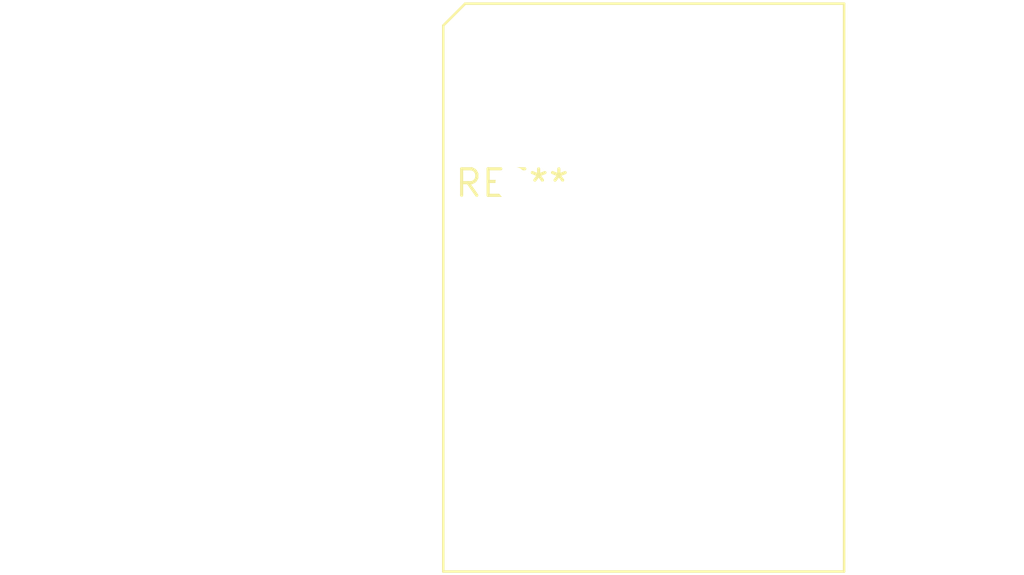
<source format=kicad_pcb>
(kicad_pcb (version 20240108) (generator pcbnew)
  (layers (0 "F.Cu" signal) (31 "B.Cu" signal) (34 "B.Paste" user) (35 "F.Paste" user) (36 "B.SilkS" user "B.Silkscreen") (37 "F.SilkS" user "F.Silkscreen") (38 "B.Mask" user) (39 "F.Mask" user) (44 "Edge.Cuts" user))
  (net 0 "")
  (footprint "L_CommonMode_PulseElectronics_PH9455xxx6NL_2" (layer "F.Cu") (at 0 0)
    (property "Reference" "REF**")
    (property "Value" "L_CommonMode_PulseElectronics_PH9455xxx6NL_2")
    (fp_line (start -3.3 -7.55) (end -3.3 18.6) (layer "F.SilkS") (stroke (width 0.12)))
    (fp_line (start -3.3 18.6) (end 15.9 18.6) (layer "F.SilkS") (stroke (width 0.12)))
    (fp_line (start -2.25 -8.6) (end -3.3 -7.55) (layer "F.SilkS") (stroke (width 0.12)))
    (fp_line (start 15.9 -8.6) (end -2.25 -8.6) (layer "F.SilkS") (stroke (width 0.12)))
    (fp_line (start 15.9 18.6) (end 15.9 -8.6) (layer "F.SilkS") (stroke (width 0.12)))
    (pad "1" thru_hole rect (at 0 0) (size 3.1 3.1) (drill 1.6) (layers *.Cu *.Mask) (remove_unused_layers))
    (pad "2" thru_hole circle (at 0 10) (size 3.1 3.1) (drill 1.6) (layers *.Cu *.Mask) (remove_unused_layers))
    (pad "3" thru_hole circle (at 12.6 10) (size 3.1 3.1) (drill 1.6) (layers *.Cu *.Mask) (remove_unused_layers))
    (pad "4" thru_hole circle (at 12.6 0) (size 3.1 3.1) (drill 1.6) (layers *.Cu *.Mask) (remove_unused_layers))
  )
)
</source>
